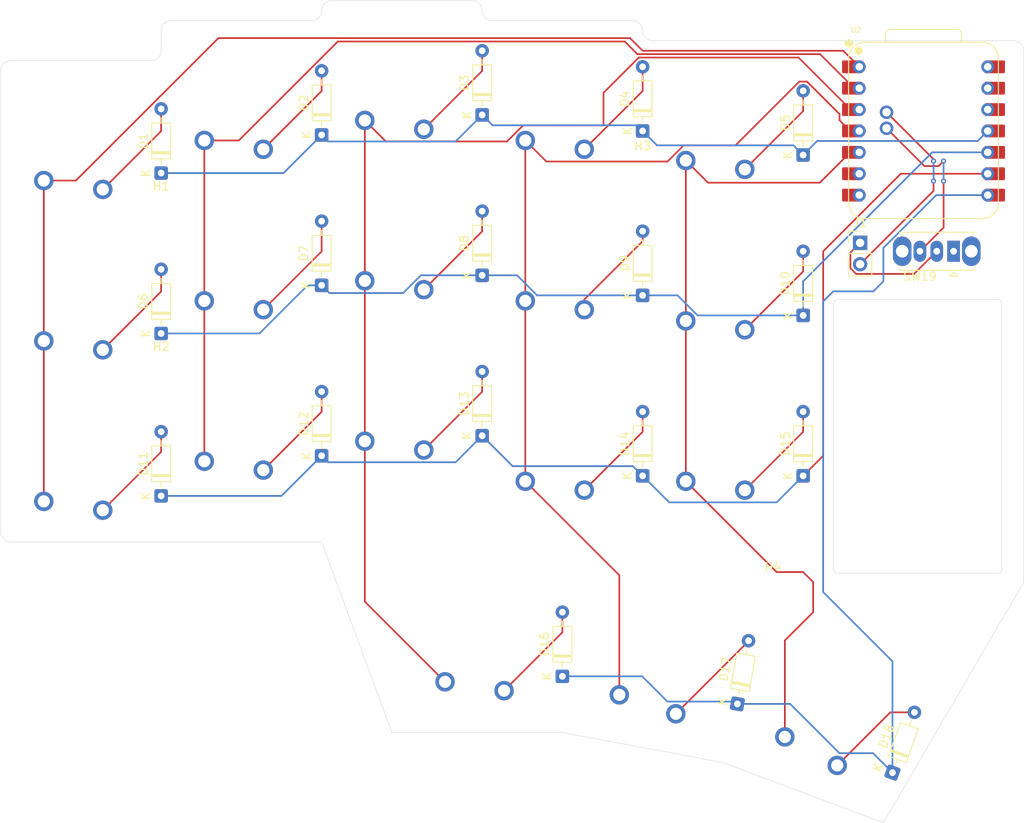
<source format=kicad_pcb>
(kicad_pcb (version 20241229) (generator "pcbnew") (generator_version "9.0")
  (layers (0 "F.Cu" signal) (2 "B.Cu" signal) (13 "F.Paste" user) (15 "B.Paste" user) (5 "F.SilkS" user "F.Silkscreen") (7 "B.SilkS" user "B.Silkscreen") (1 "F.Mask" user) (3 "B.Mask" user) (25 "Edge.Cuts" user))
  (net 0 "")
  (net 1 "Net-(D1-A)")
  (net 2 "Row 0")
  (net 3 "Net-(D2-A)")
  (net 4 "Net-(D3-A)")
  (net 5 "Net-(D4-A)")
  (net 6 "Net-(D5-A)")
  (net 7 "Net-(D6-A)")
  (net 8 "Row 1")
  (net 9 "Net-(D7-A)")
  (net 10 "Net-(D8-A)")
  (net 11 "Net-(D9-A)")
  (net 12 "Net-(D10-A)")
  (net 13 "Row 2")
  (net 14 "Net-(D11-A)")
  (net 15 "Net-(D12-A)")
  (net 16 "Net-(D13-A)")
  (net 17 "Net-(D14-A)")
  (net 18 "Net-(D15-A)")
  (net 19 "Row 3")
  (net 20 "Net-(D16-A)")
  (net 21 "Net-(D17-A)")
  (net 22 "Net-(D18-A)")
  (net 23 "GND")
  (net 24 "+5V")
  (net 25 "Net-(J1-Pin_1)")
  (net 26 "B-")
  (net 27 "Column 0")
  (net 28 "Column 1")
  (net 29 "Column 2")
  (net 30 "Column 3")
  (net 31 "Column 4")
  (net 33 "B+")
  (net 34 "+3V3")
  (footprint "Diode_THT:D_DO-35_SOD27_P7.62mm_Horizontal" (layer "F.Cu") (at 123.4625 92.216875 90)
    (property "Reference" "D14" (at 3.81 -2.119999 90) (layer "F.SilkS"))
    (property "Value" "1N4148")
    (fp_text user "K" (at -0.000002 -1.800001 90) (layer "F.SilkS"))
    (pad "1" thru_hole roundrect (at 0 0 90) (size 1.6 1.6) (drill 0.8) (layers "*.Cu" "*.Mask") (roundrect_rratio 0.15625) (net 13 "Row 2"))
    (pad "2" thru_hole circle (at 7.62 0 90) (size 1.6 1.6) (drill 0.8) (layers "*.Cu" "*.Mask") (net 17 "Net-(D14-A)"))
  )
  (footprint "KS33 Solderable:Gateron-KS33-Solderable-1U" (layer "F.Cu") (at 75.8375 47.6875)
    (property "Reference" "SW2")
    (property "Value" "SW_Push_45deg")
    (pad "" np_thru_hole circle (at 0 0 180) (size 5.1 5.1) (drill 5.1) (layers "*.Cu" "*.Mask"))
    (pad "1" thru_hole circle (at -4.4 4.7 180) (size 2.3 2.3) (drill 1.45) (layers "*.Cu" "B.Mask") (net 28 "Column 1"))
    (pad "2" thru_hole circle (at 2.6 5.75 180) (size 2.3 2.3) (drill 1.45) (layers "*.Cu" "B.Mask") (net 3 "Net-(D2-A)"))
  )
  (footprint "MountingHole:MountingHole_3.2mm_M3" (layer "F.Cu") (at 138.940625 107.21875)
    (property "Reference" "H4" (at 0 -4.15 0) (layer "F.SilkS"))
    (property "Value" "MountingHole")
    (pad "" np_thru_hole circle (at 0 0) (size 3.2 3.2) (drill 3.2) (layers "*.Cu" "*.Mask"))
  )
  (footprint "Diode_THT:D_DO-35_SOD27_P7.62mm_Horizontal" (layer "F.Cu") (at 66.3125 56.26 90)
    (property "Reference" "D1" (at 3.81 -2.119999 90) (layer "F.SilkS"))
    (property "Value" "1N4148")
    (fp_text user "K" (at -0.000002 -1.800001 90) (layer "F.SilkS"))
    (pad "1" thru_hole roundrect (at 0 0 90) (size 1.6 1.6) (drill 0.8) (layers "*.Cu" "*.Mask") (roundrect_rratio 0.15625) (net 2 "Row 0"))
    (pad "2" thru_hole circle (at 7.62 0 90) (size 1.6 1.6) (drill 0.8) (layers "*.Cu" "*.Mask") (net 1 "Net-(D1-A)"))
  )
  (footprint "MountingHole:MountingHole_3.2mm_M3" (layer "F.Cu") (at 66.3125 81.025)
    (property "Reference" "H2" (at 0 -4.15 0) (layer "F.SilkS"))
    (property "Value" "MountingHole")
    (pad "" np_thru_hole circle (at 0 0) (size 3.2 3.2) (drill 3.2) (layers "*.Cu" "*.Mask"))
  )
  (footprint "KS33 Solderable:Gateron-KS33-Solderable-1U" (layer "F.Cu") (at 94.8875 83.40625)
    (property "Reference" "SW13")
    (property "Value" "SW_Push_45deg")
    (pad "" np_thru_hole circle (at 0 0 180) (size 5.1 5.1) (drill 5.1) (layers "*.Cu" "*.Mask"))
    (pad "1" thru_hole circle (at -4.4 4.7 180) (size 2.3 2.3) (drill 1.45) (layers "*.Cu" "B.Mask") (net 29 "Column 2"))
    (pad "2" thru_hole circle (at 2.6 5.75 180) (size 2.3 2.3) (drill 1.45) (layers "*.Cu" "B.Mask") (net 16 "Net-(D13-A)"))
  )
  (footprint "KS33 Solderable:Gateron-KS33-Solderable-1U" (layer "F.Cu") (at 125.84375 114.3625 -10)
    (property "Reference" "SW17")
    (property "Value" "SW_Push_45deg")
    (pad "" np_thru_hole circle (at 0 0 170) (size 5.1 5.1) (drill 5.1) (layers "*.Cu" "*.Mask"))
    (pad "1" thru_hole circle (at -4.400001 4.7 170) (size 2.3 2.3) (drill 1.45) (layers "*.Cu" "B.Mask") (net 30 "Column 3"))
    (pad "2" thru_hole circle (at 2.6 5.75 170) (size 2.3 2.3) (drill 1.45) (layers "*.Cu" "B.Mask") (net 21 "Net-(D17-A)"))
  )
  (footprint "KS33 Solderable:Gateron-KS33-Solderable-1U" (layer "F.Cu") (at 94.8875 45.30625)
    (property "Reference" "SW3")
    (property "Value" "SW_Push_45deg")
    (pad "" np_thru_hole circle (at 0 0 180) (size 5.1 5.1) (drill 5.1) (layers "*.Cu" "*.Mask"))
    (pad "1" thru_hole circle (at -4.4 4.7 180) (size 2.3 2.3) (drill 1.45) (layers "*.Cu" "B.Mask") (net 29 "Column 2"))
    (pad "2" thru_hole circle (at 2.6 5.75 180) (size 2.3 2.3) (drill 1.45) (layers "*.Cu" "B.Mask") (net 4 "Net-(D3-A)"))
  )
  (footprint "Diode_THT:D_DO-35_SOD27_P7.62mm_Horizontal" (layer "F.Cu") (at 85.3625 51.735625 90)
    (property "Reference" "D2" (at 3.81 -2.119999 90) (layer "F.SilkS"))
    (property "Value" "1N4148")
    (fp_text user "K" (at -0.000002 -1.800001 90) (layer "F.SilkS"))
    (pad "1" thru_hole roundrect (at 0 0 90) (size 1.6 1.6) (drill 0.8) (layers "*.Cu" "*.Mask") (roundrect_rratio 0.15625) (net 2 "Row 0"))
    (pad "2" thru_hole circle (at 7.62 0 90) (size 1.6 1.6) (drill 0.8) (layers "*.Cu" "*.Mask") (net 3 "Net-(D2-A)"))
  )
  (footprint "Diode_THT:D_DO-35_SOD27_P7.62mm_Horizontal" (layer "F.Cu") (at 85.3625 89.835625 90)
    (property "Reference" "D12" (at 3.81 -2.119999 90) (layer "F.SilkS"))
    (property "Value" "1N4148")
    (fp_text user "K" (at -0.000002 -1.800001 90) (layer "F.SilkS"))
    (pad "1" thru_hole roundrect (at 0 0 90) (size 1.6 1.6) (drill 0.8) (layers "*.Cu" "*.Mask") (roundrect_rratio 0.15625) (net 13 "Row 2"))
    (pad "2" thru_hole circle (at 7.62 0 90) (size 1.6 1.6) (drill 0.8) (layers "*.Cu" "*.Mask") (net 15 "Net-(D12-A)"))
  )
  (footprint "KS33 Solderable:Gateron-KS33-Solderable-1U" (layer "F.Cu") (at 132.9875 69.11875)
    (property "Reference" "SW10")
    (property "Value" "SW_Push_45deg")
    (pad "" np_thru_hole circle (at 0 0 180) (size 5.1 5.1) (drill 5.1) (layers "*.Cu" "*.Mask"))
    (pad "1" thru_hole circle (at -4.4 4.7 180) (size 2.3 2.3) (drill 1.45) (layers "*.Cu" "B.Mask") (net 31 "Column 4"))
    (pad "2" thru_hole circle (at 2.6 5.75 180) (size 2.3 2.3) (drill 1.45) (layers "*.Cu" "B.Mask") (net 12 "Net-(D10-A)"))
  )
  (footprint "Diode_THT:D_DO-35_SOD27_P7.62mm_Horizontal" (layer "F.Cu") (at 113.9375 116.029375 90)
    (property "Reference" "D16" (at 3.81 -2.119999 90) (layer "F.SilkS"))
    (property "Value" "1N4148")
    (fp_text user "K" (at -0.000002 -1.800001 90) (layer "F.SilkS"))
    (pad "1" thru_hole roundrect (at 0 0 90) (size 1.6 1.6) (drill 0.8) (layers "*.Cu" "*.Mask") (roundrect_rratio 0.15625) (net 19 "Row 3"))
    (pad "2" thru_hole circle (at 7.62 0 90) (size 1.6 1.6) (drill 0.8) (layers "*.Cu" "*.Mask") (net 20 "Net-(D16-A)"))
  )
  (footprint "KS33 Solderable:Gateron-KS33-Solderable-1U" (layer "F.Cu") (at 132.9875 88.16875)
    (property "Reference" "SW15")
    (property "Value" "SW_Push_45deg")
    (pad "" np_thru_hole circle (at 0 0 180) (size 5.1 5.1) (drill 5.1) (layers "*.Cu" "*.Mask"))
    (pad "1" thru_hole circle (at -4.4 4.7 180) (size 2.3 2.3) (drill 1.45) (layers "*.Cu" "B.Mask") (net 31 "Column 4"))
    (pad "2" thru_hole circle (at 2.6 5.75 180) (size 2.3 2.3) (drill 1.45) (layers "*.Cu" "B.Mask") (net 18 "Net-(D15-A)"))
  )
  (footprint "KS33 Solderable:Gateron-KS33-Solderable-1U" (layer "F.Cu") (at 113.9375 47.6875)
    (property "Reference" "SW4")
    (property "Value" "SW_Push_45deg")
    (pad "" np_thru_hole circle (at 0 0 180) (size 5.1 5.1) (drill 5.1) (layers "*.Cu" "*.Mask"))
    (pad "1" thru_hole circle (at -4.4 4.7 180) (size 2.3 2.3) (drill 1.45) (layers "*.Cu" "B.Mask") (net 30 "Column 3"))
    (pad "2" thru_hole circle (at 2.6 5.75 180) (size 2.3 2.3) (drill 1.45) (layers "*.Cu" "B.Mask") (net 5 "Net-(D4-A)"))
  )
  (footprint "Diode_THT:D_DO-35_SOD27_P7.62mm_Horizontal" (layer "F.Cu") (at 104.4125 68.404375 90)
    (property "Reference" "D8" (at 3.81 -2.119999 90) (layer "F.SilkS"))
    (property "Value" "1N4148")
    (fp_text user "K" (at -0.000002 -1.800001 90) (layer "F.SilkS"))
    (pad "1" thru_hole roundrect (at 0 0 90) (size 1.6 1.6) (drill 0.8) (layers "*.Cu" "*.Mask") (roundrect_rratio 0.15625) (net 8 "Row 1"))
    (pad "2" thru_hole circle (at 7.62 0 90) (size 1.6 1.6) (drill 0.8) (layers "*.Cu" "*.Mask") (net 10 "Net-(D8-A)"))
  )
  (footprint "MountingHole:MountingHole_3.2mm_M3" (layer "F.Cu") (at 66.3125 61.975)
    (property "Reference" "H1" (at 0 -4.15 0) (layer "F.SilkS"))
    (property "Value" "MountingHole")
    (pad "" np_thru_hole circle (at 0 0) (size 3.2 3.2) (drill 3.2) (layers "*.Cu" "*.Mask"))
  )
  (footprint "MountingHole:MountingHole_3.2mm_M3" (layer "F.Cu") (at 123.4625 57.2125)
    (property "Reference" "H3" (at 0 -4.15 0) (layer "F.SilkS"))
    (property "Value" "MountingHole")
    (pad "" np_thru_hole circle (at 0 0) (size 3.2 3.2) (drill 3.2) (layers "*.Cu" "*.Mask"))
  )
  (footprint "Diode_THT:D_DO-35_SOD27_P7.62mm_Horizontal" (layer "F.Cu") (at 142.5125 54.116875 90)
    (property "Reference" "D5" (at 3.81 -2.119999 90) (layer "F.SilkS"))
    (property "Value" "1N4148")
    (fp_text user "K" (at -0.000002 -1.800001 90) (layer "F.SilkS"))
    (pad "1" thru_hole roundrect (at 0 0 90) (size 1.6 1.6) (drill 0.8) (layers "*.Cu" "*.Mask") (roundrect_rratio 0.15625) (net 2 "Row 0"))
    (pad "2" thru_hole circle (at 7.62 0 90) (size 1.6 1.6) (drill 0.8) (layers "*.Cu" "*.Mask") (net 6 "Net-(D5-A)"))
  )
  (footprint "Diode_THT:D_DO-35_SOD27_P7.62mm_Horizontal" (layer "F.Cu") (at 123.4625 70.785625 90)
    (property "Reference" "D9" (at 3.81 -2.119999 90) (layer "F.SilkS"))
    (property "Value" "1N4148")
    (fp_text user "K" (at -0.000002 -1.800001 90) (layer "F.SilkS"))
    (pad "1" thru_hole roundrect (at 0 0 90) (size 1.6 1.6) (drill 0.8) (layers "*.Cu" "*.Mask") (roundrect_rratio 0.15625) (net 8 "Row 1"))
    (pad "2" thru_hole circle (at 7.62 0 90) (size 1.6 1.6) (drill 0.8) (layers "*.Cu" "*.Mask") (net 11 "Net-(D9-A)"))
  )
  (footprint "Diode_THT:D_DO-35_SOD27_P7.62mm_Horizontal" (layer "F.Cu") (at 66.3125 75.31 90)
    (property "Reference" "D6" (at 3.81 -2.119999 90) (layer "F.SilkS"))
    (property "Value" "1N4148")
    (fp_text user "K" (at -0.000002 -1.800001 90) (layer "F.SilkS"))
    (pad "1" thru_hole roundrect (at 0 0 90) (size 1.6 1.6) (drill 0.8) (layers "*.Cu" "*.Mask") (roundrect_rratio 0.15625) (net 8 "Row 1"))
    (pad "2" thru_hole circle (at 7.62 0 90) (size 1.6 1.6) (drill 0.8) (layers "*.Cu" "*.Mask") (net 7 "Net-(D6-A)"))
  )
  (footprint "xiao:XIAO-nRF52840-DIP-Batt" (layer "F.Cu") (at 156.8 51.259375)
    (property "Reference" "U2" (at -8 -12 0) (layer "F.SilkS") (effects (font (size 0.635 0.635) (thickness 0.1016))))
    (property "Value" "XIAO-nRF52840-SMD")
    (pad "1" smd roundrect (at -8.455 -7.62 180) (size 2.432 1.524) (layers "F.Cu" "F.Mask") (roundrect_rratio 0.1) (net 27 "Column 0"))
    (pad "1" thru_hole circle (at -7.62 -7.62 180) (size 1.524 1.524) (drill 0.889) (layers "*.Cu" "*.Mask") (net 27 "Column 0"))
    (pad "2" smd roundrect (at -8.455 -5.08 180) (size 2.432 1.524) (layers "F.Cu" "F.Mask") (roundrect_rratio 0.1) (net 28 "Column 1"))
    (pad "2" thru_hole circle (at -7.62 -5.08 180) (size 1.524 1.524) (drill 0.889) (layers "*.Cu" "*.Mask") (net 28 "Column 1"))
    (pad "3" smd roundrect (at -8.455 -2.54 180) (size 2.432 1.524) (layers "F.Cu" "F.Mask") (roundrect_rratio 0.1) (net 29 "Column 2"))
    (pad "3" thru_hole circle (at -7.62 -2.54 180) (size 1.524 1.524) (drill 0.889) (layers "*.Cu" "*.Mask") (net 29 "Column 2"))
    (pad "4" smd roundrect (at -8.455 0 180) (size 2.432 1.524) (layers "F.Cu" "F.Mask") (roundrect_rratio 0.1) (net 30 "Column 3"))
    (pad "4" thru_hole circle (at -7.62 0 180) (size 1.524 1.524) (drill 0.889) (layers "*.Cu" "*.Mask") (net 30 "Column 3"))
    (pad "5" smd roundrect (at -8.455 2.54 180) (size 2.432 1.524) (layers "F.Cu" "F.Mask") (roundrect_rratio 0.1) (net 31 "Column 4"))
    (pad "5" thru_hole circle (at -7.62 2.54 180) (size 1.524 1.524) (drill 0.889) (layers "*.Cu" "*.Mask") (net 31 "Column 4"))
    (pad "6" smd roundrect (at -8.455 5.08 180) (size 2.432 1.524) (layers "F.Cu" "F.Mask") (roundrect_rratio 0.1))
    (pad "6" thru_hole circle (at -7.62 5.08 180) (size 1.524 1.524) (drill 0.889) (layers "*.Cu" "*.Mask"))
    (pad "7" smd roundrect (at -8.455 7.62 180) (size 2.432 1.524) (layers "F.Cu" "F.Mask") (roundrect_rratio 0.1))
    (pad "7" thru_hole circle (at -7.62 7.62 180) (size 1.524 1.524) (drill 0.889) (layers "*.Cu" "*.Mask"))
    (pad "8" thru_hole circle (at 7.62 7.62) (size 1.524 1.524) (drill 0.889) (layers "*.Cu" "*.Mask") (net 19 "Row 3"))
    (pad "8" smd roundrect (at 8.455 7.62) (size 2.432 1.524) (layers "F.Cu" "F.Mask") (roundrect_rratio 0.1) (net 19 "Row 3"))
    (pad "9" thru_hole circle (at 7.62 5.08) (size 1.524 1.524) (drill 0.889) (layers "*.Cu" "*.Mask") (net 13 "Row 2"))
    (pad "9" smd roundrect (at 8.455 5.08) (size 2.432 1.524) (layers "F.Cu" "F.Mask") (roundrect_rratio 0.1) (net 13 "Row 2"))
    (pad "10" thru_hole circle (at 7.62 2.54) (size 1.524 1.524) (drill 0.889) (layers "*.Cu" "*.Mask") (net 8 "Row 1"))
    (pad "10" smd roundrect (at 8.455 2.54) (size 2.432 1.524) (layers "F.Cu" "F.Mask") (roundrect_rratio 0.1) (net 8 "Row 1"))
    (pad "11" thru_hole circle (at 7.62 0) (size 1.524 1.524) (drill 0.889) (layers "*.Cu" "*.Mask") (net 2 "Row 0"))
    (pad "11" smd roundrect (at 8.455 0) (size 2.432 1.524) (layers "F.Cu" "F.Mask") (roundrect_rratio 0.1) (net 2 "Row 0"))
    (pad "12" thru_hole circle (at 7.62 -2.54) (size 1.524 1.524) (drill 0.889) (layers "*.Cu" "*.Mask") (net 34 "+3V3"))
    (pad "12" smd roundrect (at 8.455 -2.54) (size 2.432 1.524) (layers "F.Cu" "F.Mask") (roundrect_rratio 0.1) (net 34 "+3V3"))
    (pad "13" thru_hole circle (at 7.62 -5.08) (size 1.524 1.524) (drill 0.889) (layers "*.Cu" "*.Mask") (net 23 "GND"))
    (pad "13" smd roundrect (at 8.455 -5.08) (size 2.432 1.524) (layers "F.Cu" "F.Mask") (roundrect_rratio 0.1) (net 23 "GND"))
    (pad "14" thru_hole circle (at 7.62 -7.62) (size 1.524 1.524) (drill 0.889) (layers "*.Cu" "*.Mask") (net 24 "+5V"))
    (pad "14" smd roundrect (at 8.455 -7.62) (size 2.432 1.524) (layers "F.Cu" "F.Mask") (roundrect_rratio 0.1) (net 24 "+5V"))
    (pad "15" thru_hole circle (at -4.39 -0.317 180) (size 1.6 1.6) (drill 1) (layers "*.Cu" "*.Mask") (net 33 "B+"))
    (pad "16" thru_hole circle (at -4.39 -2.222 180) (size 1.6 1.6) (drill 1) (layers "*.Cu" "*.Mask") (net 26 "B-"))
  )
  (footprint "KS33 Solderable:Gateron-KS33-Solderable-1U" (layer "F.Cu") (at 75.8375 85.7875)
    (property "Reference" "SW12")
    (property "Value" "SW_Push_45deg")
    (pad "" np_thru_hole circle (at 0 0 180) (size 5.1 5.1) (drill 5.1) (layers "*.Cu" "*.Mask"))
    (pad "1" thru_hole circle (at -4.4 4.7 180) (size 2.3 2.3) (drill 1.45) (layers "*.Cu" "B.Mask") (net 28 "Column 1"))
    (pad "2" thru_hole circle (at 2.6 5.75 180) (size 2.3 2.3) (drill 1.45) (layers "*.Cu" "B.Mask") (net 15 "Net-(D12-A)"))
  )
  (footprint "KS33 Solderable:Gateron-KS33-Solderable-1U" (layer "F.Cu") (at 146.084375 120.315625 -20)
    (property "Reference" "SW18")
    (property "Value" "SW_Push_45deg")
    (pad "" np_thru_hole circle (at 0 0 160) (size 5.1 5.1) (drill 5.1) (layers "*.Cu" "*.Mask"))
    (pad "1" thru_hole circle (at -4.400001 4.7 160) (size 2.3 2.3) (drill 1.45) (layers "*.Cu" "B.Mask") (net 31 "Column 4"))
    (pad "2" thru_hole circle (at 2.6 5.75 160) (size 2.3 2.3) (drill 1.45) (layers "*.Cu" "B.Mask") (net 22 "Net-(D18-A)"))
  )
  (footprint "KS33 Solderable:Gateron-KS33-Solderable-1U" (layer "F.Cu") (at 113.9375 88.16875)
    (property "Reference" "SW14")
    (property "Value" "SW_Push_45deg")
    (pad "" np_thru_hole circle (at 0 0 180) (size 5.1 5.1) (drill 5.1) (layers "*.Cu" "*.Mask"))
    (pad "1" thru_hole circle (at -4.4 4.7 180) (size 2.3 2.3) (drill 1.45) (layers "*.Cu" "B.Mask") (net 30 "Column 3"))
    (pad "2" thru_hole circle (at 2.6 5.75 180) (size 2.3 2.3) (drill 1.45) (layers "*.Cu" "B.Mask") (net 17 "Net-(D14-A)"))
  )
  (footprint "Diode_THT:D_DO-35_SOD27_P7.62mm_Horizontal" (layer "F.Cu") (at 104.4125 49.354375 90)
    (property "Reference" "D3" (at 3.81 -2.119999 90) (layer "F.SilkS"))
    (property "Value" "1N4148")
    (fp_text user "K" (at -0.000002 -1.800001 90) (layer "F.SilkS"))
    (pad "1" thru_hole roundrect (at 0 0 90) (size 1.6 1.6) (drill 0.8) (layers "*.Cu" "*.Mask") (roundrect_rratio 0.15625) (net 2 "Row 0"))
    (pad "2" thru_hole circle (at 7.62 0 90) (size 1.6 1.6) (drill 0.8) (layers "*.Cu" "*.Mask") (net 4 "Net-(D3-A)"))
  )
  (footprint "Diode_THT:D_DO-35_SOD27_P7.62mm_Horizontal" (layer "F.Cu") (at 134.70715 119.305242 80)
    (property "Reference" "D17" (at 3.81 -2.119999 80) (layer "F.SilkS"))
    (property "Value" "1N4148")
    (fp_text user "K" (at -0.000002 -1.800001 80) (layer "F.SilkS"))
    (pad "1" thru_hole roundrect (at 0 0 80) (size 1.6 1.6) (drill 0.8) (layers "*.Cu" "*.Mask") (roundrect_rratio 0.15625) (net 19 "Row 3"))
    (pad "2" thru_hole circle (at 7.62 0 80) (size 1.6 1.6) (drill 0.8) (layers "*.Cu" "*.Mask") (net 21 "Net-(D17-A)"))
  )
  (footprint "KS33 Solderable:Gateron-KS33-Solderable-1U" (layer "F.Cu") (at 75.8375 66.7375)
    (property "Reference" "SW7")
    (property "Value" "SW_Push_45deg")
    (pad "" np_thru_hole circle (at 0 0 180) (size 5.1 5.1) (drill 5.1) (layers "*.Cu" "*.Mask"))
    (pad "1" thru_hole circle (at -4.4 4.7 180) (size 2.3 2.3) (drill 1.45) (layers "*.Cu" "B.Mask") (net 28 "Column 1"))
    (pad "2" thru_hole circle (at 2.6 5.75 180) (size 2.3 2.3) (drill 1.45) (layers "*.Cu" "B.Mask") (net 9 "Net-(D7-A)"))
  )
  (footprint "KS33 Solderable:Gateron-KS33-Solderable-1U" (layer "F.Cu") (at 113.9375 66.7375)
    (property "Reference" "SW9")
    (property "Value" "SW_Push_45deg")
    (pad "" np_thru_hole circle (at 0 0 180) (size 5.1 5.1) (drill 5.1) (layers "*.Cu" "*.Mask"))
    (pad "1" thru_hole circle (at -4.4 4.7 180) (size 2.3 2.3) (drill 1.45) (layers "*.Cu" "B.Mask") (net 30 "Column 3"))
    (pad "2" thru_hole circle (at 2.6 5.75 180) (size 2.3 2.3) (drill 1.45) (layers "*.Cu" "B.Mask") (net 11 "Net-(D9-A)"))
  )
  (footprint "Diode_THT:D_DO-35_SOD27_P7.62mm_Horizontal" (layer "F.Cu") (at 153.115653 127.467728 70)
    (property "Reference" "D18" (at 3.810001 -2.12 70) (layer "F.SilkS"))
    (property "Value" "1N4148")
    (fp_text user "K" (at -0.000002 -1.800001 70) (layer "F.SilkS"))
    (pad "1" thru_hole roundrect (at 0 0 70) (size 1.6 1.6) (drill 0.8) (layers "*.Cu" "*.Mask") (roundrect_rratio 0.15625) (net 19 "Row 3"))
    (pad "2" thru_hole circle (at 7.62 -0.000001 70) (size 1.6 1.6) (drill 0.8) (layers "*.Cu" "*.Mask") (net 22 "Net-(D18-A)"))
  )
  (footprint "Diode_THT:D_DO-35_SOD27_P7.62mm_Horizontal" (layer "F.Cu") (at 85.3625 69.595 90)
    (property "Reference" "D7" (at 3.81 -2.119999 90) (layer "F.SilkS"))
    (property "Value" "1N4148")
    (fp_text user "K" (at -0.000002 -1.800001 90) (layer "F.SilkS"))
    (pad "1" thru_hole roundrect (at 0 0 90) (size 1.6 1.6) (drill 0.8) (layers "*.Cu" "*.Mask") (roundrect_rratio 0.15625) (net 8 "Row 1"))
    (pad "2" thru_hole circle (at 7.62 0 90) (size 1.6 1.6) (drill 0.8) (layers "*.Cu" "*.Mask") (net 9 "Net-(D7-A)"))
  )
  (footprint "Diode_THT:D_DO-35_SOD27_P7.62mm_Horizontal" (layer "F.Cu") (at 66.3125 94.598125 90)
    (property "Reference" "D11" (at 3.81 -2.119999 90) (layer "F.SilkS"))
    (property "Value" "1N4148")
    (fp_text user "K" (at -0.000002 -1.800001 90) (layer "F.SilkS"))
    (pad "1" thru_hole roundrect (at 0 0 90) (size 1.6 1.6) (drill 0.8) (layers "*.Cu" "*.Mask") (roundrect_rratio 0.15625) (net 13 "Row 2"))
    (pad "2" thru_hole circle (at 7.62 0 90) (size 1.6 1.6) (drill 0.8) (layers "*.Cu" "*.Mask") (net 14 "Net-(D11-A)"))
  )
  (footprint "Diode_THT:D_DO-35_SOD27_P7.62mm_Horizontal" (layer "F.Cu") (at 142.5125 92.216875 90)
    (property "Reference" "D15" (at 3.81 -2.119999 90) (layer "F.SilkS"))
    (property "Value" "1N4148")
    (fp_text user "K" (at -0.000002 -1.800001 90) (layer "F.SilkS"))
    (pad "1" thru_hole roundrect (at 0 0 90) (size 1.6 1.6) (drill 0.8) (layers "*.Cu" "*.Mask") (roundrect_rratio 0.15625) (net 13 "Row 2"))
    (pad "2" thru_hole circle (at 7.62 0 90) (size 1.6 1.6) (drill 0.8) (layers "*.Cu" "*.Mask") (net 18 "Net-(D15-A)"))
  )
  (footprint "KS33 Solderable:Gateron-KS33-Solderable-1U" (layer "F.Cu") (at 94.8875 64.35625)
    (property "Reference" "SW8")
    (property "Value" "SW_Push_45deg")
    (pad "" np_thru_hole circle (at 0 0 180) (size 5.1 5.1) (drill 5.1) (layers "*.Cu" "*.Mask"))
    (pad "1" thru_hole circle (at -4.4 4.7 180) (size 2.3 2.3) (drill 1.45) (layers "*.Cu" "B.Mask") (net 29 "Column 2"))
    (pad "2" thru_hole circle (at 2.6 5.75 180) (size 2.3 2.3) (drill 1.45) (layers "*.Cu" "B.Mask") (net 10 "Net-(D8-A)"))
  )
  (footprint "Connector_PinHeader_2.54mm:PinHeader_1x02_P2.54mm_Vertical" (layer "F.Cu") (at 149.275003 64.546874)
    (property "Reference" "J1" (at 0 -2.38 0) (layer "F.SilkS"))
    (property "Value" "Conn_01x02_Pin")
    (pad "1" thru_hole rect (at 0 0) (size 1.7 1.7) (drill 1) (layers "*.Cu" "*.Mask") (net 25 "Net-(J1-Pin_1)"))
    (pad "2" thru_hole circle (at 0 2.54) (size 1.7 1.7) (drill 1) (layers "*.Cu" "*.Mask") (net 26 "B-"))
  )
  (footprint "Diode_THT:D_DO-35_SOD27_P7.62mm_Horizontal" (layer "F.Cu") (at 104.4125 87.454375 90)
    (property "Reference" "D13" (at 3.81 -2.119999 90) (layer "F.SilkS"))
    (property "Value" "1N4148")
    (fp_text user "K" (at -0.000002 -1.800001 90) (layer "F.SilkS"))
    (pad "1" thru_hole roundrect (at 0 0 90) (size 1.6 1.6) (drill 0.8) (layers "*.Cu" "*.Mask") (roundrect_rratio 0.15625) (net 13 "Row 2"))
    (pad "2" thru_hole circle (at 7.62 0 90) (size 1.6 1.6) (drill 0.8) (layers "*.Cu" "*.Mask") (net 16 "Net-(D13-A)"))
  )
  (footprint "Button_Switch_THT:SW_Slide_SPDT_Straight_CK_OS102011MS2Q" (layer "F.Cu") (at 160.371875 65.546875 180)
    (property "Reference" "SW19" (at 3.99 -2.99 0) (layer "F.SilkS"))
    (property "Value" "SW_SPDT")
    (pad "" thru_hole oval (at -2.1 0 180) (size 2.2 3.5) (drill 1.5) (layers "*.Cu" "*.Mask"))
    (pad "" thru_hole oval (at 6.1 0 180) (size 2.2 3.5) (drill 1.5) (layers "*.Cu" "*.Mask"))
    (pad "1" thru_hole rect (at 0 0 180) (size 1.5 2.5) (drill 0.8) (layers "*.Cu" "*.Mask"))
    (pad "2" thru_hole oval (at 2.000003 0.000001 180) (size 1.5 2.5) (drill 0.8) (layers "*.Cu" "*.Mask") (net 25 "Net-(J1-Pin_1)"))
    (pad "3" thru_hole oval (at 4 0 180) (size 1.5 2.5) (drill 0.8) (layers "*.Cu" "*.Mask") (net 33 "B+"))
  )
  (footprint "KS33 Solderable:Gateron-KS33-Solderable-1U" (layer "F.Cu") (at 56.7875 90.55)
    (property "Reference" "SW11")
    (property "Value" "SW_Push_45deg")
    (pad "" np_thru_hole circle (at 0 0 180) (size 5.1 5.1) (drill 5.1) (layers "*.Cu" "*.Mask"))
    (pad "1" thru_hole circle (at -4.4 4.7 180) (size 2.3 2.3) (drill 1.45) (layers "*.Cu" "B.Mask") (net 27 "Column 0"))
    (pad "2" thru_hole circle (at 2.6 5.75 180) (size 2.3 2.3) (drill 1.45) (layers "*.Cu" "B.Mask") (net 14 "Net-(D11-A)"))
  )
  (footprint "KS33 Solderable:Gateron-KS33-Solderable-1U" (layer "F.Cu") (at 56.7875 52.45)
    (property "Reference" "SW1")
    (property "Value" "SW_Push_45deg")
    (pad "" np_thru_hole circle (at 0 0 180) (size 5.1 5.1) (drill 5.1) (layers "*.Cu" "*.Mask"))
    (pad "1" thru_hole circle (at -4.4 4.7 180) (size 2.3 2.3) (drill 1.45) (layers "*.Cu" "B.Mask") (net 27 "Column 0"))
    (pad "2" thru_hole circle (at 2.6 5.75 180) (size 2.3 2.3) (drill 1.45) (layers "*.Cu" "B.Mask") (net 1 "Net-(D1-A)"))
  )
  (footprint "KS33 Solderable:Gateron-KS33-Solderable-1U" (layer "F.Cu") (at 56.7875 71.5)
    (property "Reference" "SW6")
    (property "Value" "SW_Push_45deg")
    (pad "" np_thru_hole circle (at 0 0 180) (size 5.1 5.1) (drill 5.1) (layers "*.Cu" "*.Mask"))
    (pad "1" thru_hole circle (at -4.4 4.7 180) (size 2.3 2.3) (drill 1.45) (layers "*.Cu" "B.Mask") (net 27 "Column 0"))
    (pad "2" thru_hole circle (at 2.6 5.75 180) (size 2.3 2.3) (drill 1.45) (layers "*.Cu" "B.Mask") (net 7 "Net-(D6-A)"))
  )
  (footprint "KS33 Solderable:Gateron-KS33-Solderable-1U" (layer "F.Cu") (at 104.4125 111.98125)
    (property "Reference" "SW16")
    (property "Value" "SW_Push_45deg")
    (pad "" np_thru_hole circle (at 0 0 180) (size 5.1 5.1) (drill 5.1) (layers "*.Cu" "*.Mask"))
    (pad "1" thru_hole circle (at -4.4 4.7 180) (size 2.3 2.3) (drill 1.45) (layers "*.Cu" "B.Mask") (net 29 "Column 2"))
    (pad "2" thru_hole circle (at 2.6 5.75 180) (size 2.3 2.3) (drill 1.45) (layers "*.Cu" "B.Mask") (net 20 "Net-(D16-A)"))
  )
  (footprint "Diode_THT:D_DO-35_SOD27_P7.62mm_Horizontal" (layer "F.Cu") (at 142.5125 73.166875 90)
    (property "Reference" "D10" (at 3.81 -2.119999 90) (layer "F.SilkS"))
    (property "Value" "1N4148")
    (fp_text user "K" (at -0.000002 -1.800001 90) (layer "F.SilkS"))
    (pad "1" thru_hole roundrect (at 0 0 90) (size 1.6 1.6) (drill 0.8) (layers "*.Cu" "*.Mask") (roundrect_rratio 0.15625) (net 8 "Row 1"))
    (pad "2" thru_hole circle (at 7.62 0 90) (size 1.6 1.6) (drill 0.8) (layers "*.Cu" "*.Mask") (net 12 "Net-(D10-A)"))
  )
  (footprint "Diode_THT:D_DO-35_SOD27_P7.62mm_Horizontal" (layer "F.Cu") (at 123.4625 51.259375 90)
    (property "Reference" "D4" (at 3.81 -2.119999 90) (layer "F.SilkS"))
    (property "Value" "1N4148")
    (fp_text user "K" (at -0.000002 -1.800001 90) (layer "F.SilkS"))
    (pad "1" thru_hole roundrect (at 0 0 90) (size 1.6 1.6) (drill 0.8) (layers "*.Cu" "*.Mask") (roundrect_rratio 0.15625) (net 2 "Row 0"))
    (pad "2" thru_hole circle (at 7.62 0 90) (size 1.6 1.6) (drill 0.8) (layers "*.Cu" "*.Mask") (net 5 "Net-(D4-A)"))
  )
  (footprint "KS33 Solderable:Gateron-KS33-Solderable-1U" (layer "F.Cu") (at 132.9875 50.06875)
    (property "Reference" "SW5")
    (property "Value" "SW_Push_45deg")
    (pad "" np_thru_hole circle (at 0 0 180) (size 5.1 5.1) (drill 5.1) (layers "*.Cu" "*.Mask"))
    (pad "1" thru_hole circle (at -4.4 4.7 180) (size 2.3 2.3) (drill 1.45) (layers "*.Cu" "B.Mask") (net 31 "Column 4"))
    (pad "2" thru_hole circle (at 2.6 5.75 180) (size 2.3 2.3) (drill 1.45) (layers "*.Cu" "B.Mask") (net 6 "Net-(D5-A)"))
  )
  (gr_line (start 165.590197 103.793303) (end 146.590197 103.793303) (stroke (width 0.05)) (layer "Edge.Cuts"))
  (gr_line (start 146.090197 103.293303) (end 146.090197 71.793303) (stroke (width 0.05)) (layer "Edge.Cuts"))
  (gr_line (start 47.2625 98.884375) (end 47.2625 44.115625) (stroke (width 0.05)) (layer "Edge.Cuts"))
  (gr_line (start 67.503125 38.1625) (end 84.171875 38.1625) (stroke (width 0.05)) (layer "Edge.Cuts"))
  (gr_arc (start 103.221875 35.78125) (mid 104.063767 36.129983) (end 104.4125 36.971875) (stroke (width 0.05)) (layer "Edge.Cuts"))
  (gr_arc (start 167.515625 40.54375) (mid 168.357549 40.892466) (end 168.70625 41.734375) (stroke (width 0.05)) (layer "Edge.Cuts"))
  (gr_arc (start 165.590197 71.293303) (mid 165.943718 71.439767) (end 166.090197 71.793303) (stroke (width 0.05)) (layer "Edge.Cuts"))
  (gr_line (start 105.603125 38.1625) (end 122.271875 38.1625) (stroke (width 0.05)) (layer "Edge.Cuts"))
  (gr_arc (start 105.603125 38.1625) (mid 104.761251 37.813764) (end 104.4125 36.971875) (stroke (width 0.05)) (layer "Edge.Cuts"))
  (gr_line (start 112.746875 122.696875) (end 93.696875 122.696875) (stroke (width 0.05)) (layer "Edge.Cuts"))
  (gr_line (start 48.453125 42.925) (end 65.121875 42.925) (stroke (width 0.05)) (layer "Edge.Cuts"))
  (gr_line (start 166.090197 71.793303) (end 166.090197 103.293303) (stroke (width 0.05)) (layer "Edge.Cuts"))
  (gr_arc (start 47.2625 44.115625) (mid 47.611216 43.273701) (end 48.453125 42.925) (stroke (width 0.05)) (layer "Edge.Cuts"))
  (gr_arc (start 146.090197 71.793303) (mid 146.236641 71.439732) (end 146.590197 71.293303) (stroke (width 0.05)) (layer "Edge.Cuts"))
  (gr_line (start 86.553125 35.78125) (end 103.221875 35.78125) (stroke (width 0.05)) (layer "Edge.Cuts"))
  (gr_line (start 152.0375 133.4125) (end 168.70625 104.8375) (stroke (width 0.05)) (layer "Edge.Cuts"))
  (gr_line (start 112.746875 122.696875) (end 113.9375 122.696875) (stroke (width 0.05)) (layer "Edge.Cuts"))
  (gr_arc (start 146.590197 103.793303) (mid 146.236676 103.646839) (end 146.090197 103.293303) (stroke (width 0.05)) (layer "Edge.Cuts"))
  (gr_line (start 66.3125 41.734375) (end 66.3125 39.353125) (stroke (width 0.05)) (layer "Edge.Cuts"))
  (gr_arc (start 166.090197 103.293303) (mid 165.943753 103.646874) (end 165.590197 103.793303) (stroke (width 0.05)) (layer "Edge.Cuts"))
  (gr_line (start 168.70625 97.69375) (end 168.70625 104.8375) (stroke (width 0.05)) (layer "Edge.Cuts"))
  (gr_arc (start 85.3625 36.971875) (mid 85.013784 37.813799) (end 84.171875 38.1625) (stroke (width 0.05)) (layer "Edge.Cuts"))
  (gr_arc (start 66.3125 39.353125) (mid 66.661216 38.511201) (end 67.503125 38.1625) (stroke (width 0.05)) (layer "Edge.Cuts"))
  (gr_arc (start 48.453125 100.075) (mid 47.611251 99.726264) (end 47.2625 98.884375) (stroke (width 0.05)) (layer "Edge.Cuts"))
  (gr_line (start 132.9875 126.26875) (end 113.9375 122.696875) (stroke (width 0.05)) (layer "Edge.Cuts"))
  (gr_line (start 124.653125 40.54375) (end 167.515625 40.54375) (stroke (width 0.05)) (layer "Edge.Cuts"))
  (gr_arc (start 85.3625 36.971875) (mid 85.711233 36.129983) (end 86.553125 35.78125) (stroke (width 0.05)) (layer "Edge.Cuts"))
  (gr_line (start 48.453125 100.075) (end 85.3625 100.075) (stroke (width 0.05)) (layer "Edge.Cuts"))
  (gr_line (start 168.70625 41.734375) (end 168.70625 97.69375) (stroke (width 0.05)) (layer "Edge.Cuts"))
  (gr_arc (start 124.653125 40.54375) (mid 123.811233 40.195017) (end 123.4625 39.353125) (stroke (width 0.05)) (layer "Edge.Cuts"))
  (gr_line (start 93.696875 122.696875) (end 85.3625 100.075) (stroke (width 0.05)) (layer "Edge.Cuts"))
  (gr_line (start 146.590197 71.293303) (end 165.590197 71.293303) (stroke (width 0.05)) (layer "Edge.Cuts"))
  (gr_arc (start 122.271875 38.1625) (mid 123.113749 38.511236) (end 123.4625 39.353125) (stroke (width 0.05)) (layer "Edge.Cuts"))
  (gr_line (start 152.0375 133.4125) (end 132.9875 126.26875) (stroke (width 0.05)) (layer "Edge.Cuts"))
  (gr_arc (start 66.3125 41.734375) (mid 65.963784 42.576299) (end 65.121875 42.925) (stroke (width 0.05)) (layer "Edge.Cuts"))
  (segment (start 59.3875 58.2) (end 66.3125 51.275) (width 0.2) (layer "F.Cu") (net 1))
  (segment (start 66.3125 51.275) (end 66.3125 48.64) (width 0.2) (layer "F.Cu") (net 1))
  (segment (start 122.791625 50.5885) (end 123.4625 51.259375) (width 0.2) (layer "B.Cu") (net 2))
  (segment (start 85.3625 51.735625) (end 86.134125 52.50725) (width 0.2) (layer "B.Cu") (net 2))
  (segment (start 86.134125 52.50725) (end 101.259625 52.50725) (width 0.2) (layer "B.Cu") (net 2))
  (segment (start 142.5125 54.116875) (end 144.179375 52.45) (width 0.2) (layer "B.Cu") (net 2))
  (segment (start 141.365375 52.96975) (end 142.5125 54.116875) (width 0.2) (layer "B.Cu") (net 2))
  (segment (start 123.4625 51.259375) (end 125.172875 52.96975) (width 0.2) (layer "B.Cu") (net 2))
  (segment (start 104.4125 49.354375) (end 105.646625 50.5885) (width 0.2) (layer "B.Cu") (net 2))
  (segment (start 105.646625 50.5885) (end 122.791625 50.5885) (width 0.2) (layer "B.Cu") (net 2))
  (segment (start 101.259625 52.50725) (end 104.4125 49.354375) (width 0.2) (layer "B.Cu") (net 2))
  (segment (start 125.172875 52.96975) (end 141.365375 52.96975) (width 0.2) (layer "B.Cu") (net 2))
  (segment (start 163.229375 52.45) (end 164.42 51.259375) (width 0.2) (layer "B.Cu") (net 2))
  (segment (start 66.3125 56.26) (end 80.838125 56.26) (width 0.2) (layer "B.Cu") (net 2))
  (segment (start 80.838125 56.26) (end 85.3625 51.735625) (width 0.2) (layer "B.Cu") (net 2))
  (segment (start 144.179375 52.45) (end 163.229375 52.45) (width 0.2) (layer "B.Cu") (net 2))
  (segment (start 78.4375 53.4375) (end 85.3625 46.5125) (width 0.2) (layer "F.Cu") (net 3))
  (segment (start 85.3625 46.5125) (end 85.3625 44.115625) (width 0.2) (layer "F.Cu") (net 3))
  (segment (start 104.4125 44.13125) (end 104.4125 41.734375) (width 0.2) (layer "F.Cu") (net 4))
  (segment (start 97.4875 51.05625) (end 104.4125 44.13125) (width 0.2) (layer "F.Cu") (net 4))
  (segment (start 123.4625 46.5125) (end 123.4625 43.639375) (width 0.2) (layer "F.Cu") (net 5))
  (segment (start 116.5375 53.4375) (end 123.4625 46.5125) (width 0.2) (layer "F.Cu") (net 5))
  (segment (start 135.5875 55.81875) (end 142.5125 48.89375) (width 0.2) (layer "F.Cu") (net 6))
  (segment (start 142.5125 48.89375) (end 142.5125 46.496875) (width 0.2) (layer "F.Cu") (net 6))
  (segment (start 59.3875 77.25) (end 66.3125 70.325) (width 0.2) (layer "F.Cu") (net 7))
  (segment (start 66.3125 70.325) (end 66.3125 67.69) (width 0.2) (layer "F.Cu") (net 7))
  (segment (start 66.3125 75.31) (end 77.980625 75.31) (width 0.2) (layer "B.Cu") (net 8))
  (segment (start 77.980625 75.31) (end 83.695625 69.595) (width 0.2) (layer "B.Cu") (net 8))
  (segment (start 85.3625 69.595) (end 86.27475 70.50725) (width 0.2) (layer "B.Cu") (net 8))
  (segment (start 110.937649 70.785625) (end 123.4625 70.785625) (width 0.2) (layer "B.Cu") (net 8))
  (segment (start 142.5125 69.11875) (end 157.831875 53.799375) (width 0.2) (layer "B.Cu") (net 8))
  (segment (start 86.27475 70.50725) (end 95.034476 70.50725) (width 0.2) (layer "B.Cu") (net 8))
  (segment (start 104.4125 68.404375) (end 108.556399 68.404375) (width 0.2) (layer "B.Cu") (net 8))
  (segment (start 108.556399 68.404375) (end 110.937649 70.785625) (width 0.2) (layer "B.Cu") (net 8))
  (segment (start 127.606399 70.785625) (end 129.987649 73.166875) (width 0.2) (layer "B.Cu") (net 8))
  (segment (start 97.137351 68.404375) (end 104.4125 68.404375) (width 0.2) (layer "B.Cu") (net 8))
  (segment (start 157.831875 53.799375) (end 164.42 53.799375) (width 0.2) (layer "B.Cu") (net 8))
  (segment (start 129.987649 73.166875) (end 142.5125 73.166875) (width 0.2) (layer "B.Cu") (net 8))
  (segment (start 83.695625 69.595) (end 85.3625 69.595) (width 0.2) (layer "B.Cu") (net 8))
  (segment (start 95.034476 70.50725) (end 97.137351 68.404375) (width 0.2) (layer "B.Cu") (net 8))
  (segment (start 142.5125 73.166875) (end 142.5125 69.11875) (width 0.2) (layer "B.Cu") (net 8))
  (segment (start 123.4625 70.785625) (end 127.606399 70.785625) (width 0.2) (layer "B.Cu") (net 8))
  (segment (start 85.3625 65.5625) (end 85.3625 61.975) (width 0.2) (layer "F.Cu") (net 9))
  (segment (start 78.4375 72.4875) (end 85.3625 65.5625) (width 0.2) (layer "F.Cu") (net 9))
  (segment (start 97.4875 70.10625) (end 104.4125 63.18125) (width 0.2) (layer "F.Cu") (net 10))
  (segment (start 104.4125 63.18125) (end 104.4125 60.784375) (width 0.2) (layer "F.Cu") (net 10))
  (segment (start 116.5375 72.4875) (end 116.5375 71.28125) (width 0.2) (layer "F.Cu") (net 11))
  (segment (start 116.5375 71.28125) (end 123.4625 64.35625) (width 0.2) (layer "F.Cu") (net 11))
  (segment (start 123.4625 64.35625) (end 123.4625 63.165625) (width 0.2) (layer "F.Cu") (net 11))
  (segment (start 135.5875 74.86875) (end 142.5125 67.94375) (width 0.2) (layer "F.Cu") (net 12))
  (segment (start 142.5125 67.94375) (end 142.5125 65.546875) (width 0.2) (layer "F.Cu") (net 12))
  (segment (start 144.89375 65.546875) (end 154.10125 56.339375) (width 0.2) (layer "F.Cu") (net 13))
  (segment (start 154.10125 56.339375) (end 164.42 56.339375) (width 0.2) (layer "F.Cu") (net 13))
  (segment (start 144.89375 89.835625) (end 144.89375 65.546875) (width 0.2) (layer "F.Cu") (net 13))
  (segment (start 142.5125 92.216875) (end 144.89375 89.835625) (width 0.2) (layer "F.Cu") (net 13))
  (segment (start 122.315375 91.06975) (end 123.4625 92.216875) (width 0.2) (layer "B.Cu") (net 13))
  (segment (start 66.3125 94.598125) (end 80.6 94.598125) (width 0.2) (layer "B.Cu") (net 13))
  (segment (start 104.4125 87.454375) (end 108.027875 91.06975) (width 0.2) (layer "B.Cu") (net 13))
  (segment (start 80.6 94.598125) (end 85.3625 89.835625) (width 0.2) (layer "B.Cu") (net 13))
  (segment (start 101.259625 90.60725) (end 104.4125 87.454375) (width 0.2) (layer "B.Cu") (net 13))
  (segment (start 123.4625 92.216875) (end 126.615375 95.36975) (width 0.2) (layer "B.Cu") (net 13))
  (segment (start 86.134125 90.60725) (end 101.259625 90.60725) (width 0.2) (layer "B.Cu") (net 13))
  (segment (start 126.615375 95.36975) (end 139.359625 95.36975) (width 0.2) (layer "B.Cu") (net 13))
  (segment (start 108.027875 91.06975) (end 122.315375 91.06975) (width 0.2) (layer "B.Cu") (net 13))
  (segment (start 139.359625 95.36975) (end 142.5125 92.216875) (width 0.2) (layer "B.Cu") (net 13))
  (segment (start 85.3625 89.835625) (end 86.134125 90.60725) (width 0.2) (layer "B.Cu") (net 13))
  (segment (start 66.3125 89.375) (end 66.3125 86.978125) (width 0.2) (layer "F.Cu") (net 14))
  (segment (start 59.3875 96.3) (end 66.3125 89.375) (width 0.2) (layer "F.Cu") (net 14))
  (segment (start 85.3625 84.6125) (end 85.3625 82.215625) (width 0.2) (layer "F.Cu") (net 15))
  (segment (start 78.4375 91.5375) (end 85.3625 84.6125) (width 0.2) (layer "F.Cu") (net 15))
  (segment (start 97.4875 89.15625) (end 104.4125 82.23125) (width 0.2) (layer "F.Cu") (net 16))
  (segment (start 104.4125 82.23125) (end 104.4125 79.834375) (width 0.2) (layer "F.Cu") (net 16))
  (segment (start 123.4625 86.99375) (end 123.4625 84.596875) (width 0.2) (layer "F.Cu") (net 17))
  (segment (start 116.5375 93.91875) (end 123.4625 86.99375) (width 0.2) (layer "F.Cu") (net 17))
  (segment (start 135.5875 93.91875) (end 142.5125 86.99375) (width 0.2) (layer "F.Cu") (net 18))
  (segment (start 142.5125 86.99375) (end 142.5125 84.596875) (width 0.2) (layer "F.Cu") (net 18))
  (segment (start 144.89375 71.5) (end 146.084375 70.309375) (width 0.2) (layer "B.Cu") (net 19))
  (segment (start 126.404246 119.02563) (end 134.427538 119.02563) (width 0.2) (layer "B.Cu") (net 19))
  (segment (start 113.9375 116.029375) (end 123.407991 116.029375) (width 0.2) (layer "B.Cu") (net 19))
  (segment (start 153.115653 127.467728) (end 153.115653 114.250028) (width 0.2) (layer "B.Cu") (net 19))
  (segment (start 144.89375 106.028125) (end 144.89375 71.5) (width 0.2) (layer "B.Cu") (net 19))
  (segment (start 134.70715 119.305242) (end 140.971358 119.305242) (width 0.2) (layer "B.Cu") (net 19))
  (segment (start 146.823226 125.15711) (end 150.805035 125.15711) (width 0.2) (layer "B.Cu") (net 19))
  (segment (start 158.308062 58.879375) (end 164.42 58.879375) (width 0.2) (layer "B.Cu") (net 19))
  (segment (start 150.805035 125.15711) (end 153.115653 127.467728) (width 0.2) (layer "B.Cu") (net 19))
  (segment (start 153.115653 114.250028) (end 144.89375 106.028125) (width 0.2) (layer "B.Cu") (net 19))
  (segment (start 140.971358 119.305242) (end 146.823226 125.15711) (width 0.2) (layer "B.Cu") (net 19))
  (segment (start 152.0375 65.149937) (end 158.308062 58.879375) (width 0.2) (layer "B.Cu") (net 19))
  (segment (start 150.846875 70.309375) (end 152.0375 69.11875) (width 0.2) (layer "B.Cu") (net 19))
  (segment (start 123.407991 116.029375) (end 126.404246 119.02563) (width 0.2) (layer "B.Cu") (net 19))
  (segment (start 152.0375 69.11875) (end 152.0375 65.149937) (width 0.2) (layer "B.Cu") (net 19))
  (segment (start 146.084375 70.309375) (end 150.846875 70.309375) (width 0.2) (layer "B.Cu") (net 19))
  (segment (start 134.427538 119.02563) (end 134.70715 119.305242) (width 0.2) (layer "B.Cu") (net 19))
  (segment (start 113.9375 110.80625) (end 113.9375 108.409375) (width 0.2) (layer "F.Cu") (net 20))
  (segment (start 107.0125 117.73125) (end 113.9375 110.80625) (width 0.2) (layer "F.Cu") (net 20))
  (segment (start 127.405773 120.47663) (end 136.030349 111.852054) (width 0.2) (layer "F.Cu") (net 21))
  (segment (start 136.030349 111.852054) (end 136.030349 111.801007) (width 0.2) (layer "F.Cu") (net 21))
  (segment (start 152.8618 120.30727) (end 155.721846 120.30727) (width 0.2) (layer "F.Cu") (net 22))
  (segment (start 146.56096 126.60811) (end 152.8618 120.30727) (width 0.2) (layer "F.Cu") (net 22))
  (segment (start 158.371872 65.546874) (end 155.680872 68.237874) (width 0.2) (layer "F.Cu") (net 25))
  (segment (start 148.798243 68.237874) (end 148.124003 67.563634) (width 0.2) (layer "F.Cu") (net 25))
  (segment (start 148.124003 67.563634) (end 148.124003 65.697874) (width 0.2) (layer "F.Cu") (net 25))
  (segment (start 148.124003 65.697874) (end 149.275003 64.546874) (width 0.2) (layer "F.Cu") (net 25))
  (segment (start 155.680872 68.237874) (end 148.798243 68.237874) (width 0.2) (layer "F.Cu") (net 25))
  (segment (start 157.990625 57.2125) (end 157.990625 58.371252) (width 0.2) (layer "F.Cu") (net 26))
  (segment (start 152.41 49.037375) (end 157.990625 54.618) (width 0.2) (layer "F.Cu") (net 26))
  (segment (start 157.990625 58.371252) (end 149.275003 67.086874) (width 0.2) (layer "F.Cu") (net 26))
  (segment (start 157.990625 54.618) (end 157.990625 54.83125) (width 0.2) (layer "F.Cu") (net 26))
  (via (at 157.990625 54.83125) (size 0.6) (drill 0.3) (layers "F.Cu" "B.Cu") (net 26))
  (via (at 157.990625 57.2125) (size 0.6) (drill 0.3) (layers "F.Cu" "B.Cu") (net 26))
  (segment (start 157.990625 54.83125) (end 157.990625 57.2125) (width 0.2) (layer "B.Cu") (net 26))
  (segment (start 52.3875 57.15) (end 52.3875 95.25) (width 0.2) (layer "F.Cu") (net 27))
  (segment (start 121.9605 40.232375) (end 123.4625 41.734375) (width 0.2) (layer "F.Cu") (net 27))
  (segment (start 73.107759 40.232375) (end 121.9605 40.232375) (width 0.2) (layer "F.Cu") (net 27))
  (segment (start 56.190134 57.15) (end 73.107759 40.232375) (width 0.2) (layer "F.Cu") (net 27))
  (segment (start 52.3875 57.15) (end 56.190134 57.15) (width 0.2) (layer "F.Cu") (net 27))
  (segment (start 147.275 41.734375) (end 149.18 43.639375) (width 0.2) (layer "F.Cu") (net 27))
  (segment (start 123.4625 41.734375) (end 147.275 41.734375) (width 0.2) (layer "F.Cu") (net 27))
  (segment (start 144.524374 42.137375) (end 148.566374 46.179375) (width 0.2) (layer "F.Cu") (net 28))
  (segment (start 75.533575 52.3875) (end 87.2877 40.633375) (width 0.2) (layer "F.Cu") (net 28))
  (segment (start 71.4375 52.3875) (end 71.4375 90.4875) (width 0.2) (layer "F.Cu") (net 28))
  (segment (start 121.33635 40.633375) (end 122.84035 42.137375) (width 0.2) (layer "F.Cu") (net 28))
  (segment (start 148.566374 46.179375) (end 149.18 46.179375) (width 0.2) (layer "F.Cu") (net 28))
  (segment (start 122.84035 42.137375) (end 144.524374 42.137375) (width 0.2) (layer "F.Cu") (net 28))
  (segment (start 71.4375 52.3875) (end 75.533575 52.3875) (width 0.2) (layer "F.Cu") (net 28))
  (segment (start 87.2877 40.633375) (end 121.33635 40.633375) (width 0.2) (layer "F.Cu") (net 28))
  (segment (start 118.8194 50.5885) (end 118.8194 46.725425) (width 0.2) (layer "F.Cu") (net 29))
  (segment (start 107.365726 52.50725) (end 109.284476 50.5885) (width 0.2) (layer "F.Cu") (net 29))
  (segment (start 123.00645 42.538375) (end 141.96231 42.538375) (width 0.2) (layer "F.Cu") (net 29))
  (segment (start 90.4875 50.00625) (end 90.4875 88.10625) (width 0.2) (layer "F.Cu") (net 29))
  (segment (start 92.9885 52.50725) (end 107.365726 52.50725) (width 0.2) (layer "F.Cu") (net 29))
  (segment (start 90.4875 50.00625) (end 92.9885 52.50725) (width 0.2) (layer "F.Cu") (net 29))
  (segment (start 148.14331 48.719375) (end 149.18 48.719375) (width 0.2) (layer "F.Cu") (net 29))
  (segment (start 118.8194 46.725425) (end 123.00645 42.538375) (width 0.2) (layer "F.Cu") (net 29))
  (segment (start 90.4875 107.15625) (end 90.4875 88.10625) (width 0.2) (layer "F.Cu") (net 29))
  (segment (start 109.284476 50.5885) (end 118.8194 50.5885) (width 0.2) (layer "F.Cu") (net 29))
  (segment (start 141.96231 42.538375) (end 148.14331 48.719375) (width 0.2) (layer "F.Cu") (net 29))
  (segment (start 100.0125 116.68125) (end 90.4875 107.15625) (width 0.2) (layer "F.Cu") (net 29))
  (segment (start 120.694449 118.227044) (end 120.694449 104.025699) (width 0.2) (layer "F.Cu") (net 30))
  (segment (start 128.334476 52.96975) (end 134.482575 52.96975) (width 0.2) (layer "F.Cu") (net 30))
  (segment (start 142.96855 45.395875) (end 146.828 49.255325) (width 0.2) (layer "F.Cu") (net 30))
  (segment (start 112.0385 54.8885) (end 126.415726 54.8885) (width 0.2) (layer "F.Cu") (net 30))
  (segment (start 109.5375 52.3875) (end 109.5375 92.86875) (width 0.2) (layer "F.Cu") (net 30))
  (segment (start 146.828 49.255325) (end 146.828 49.985005) (width 0.2) (layer "F.Cu") (net 30))
  (segment (start 146.828 49.985005) (end 148.10237 51.259375) (width 0.2) (layer "F.Cu") (net 30))
  (segment (start 148.10237 51.259375) (end 149.18 51.259375) (width 0.2) (layer "F.Cu") (net 30))
  (segment (start 142.05645 45.395875) (end 142.96855 45.395875) (width 0.2) (layer "F.Cu") (net 30))
  (segment (start 109.5375 52.3875) (end 112.0385 54.8885) (width 0.2) (layer "F.Cu") (net 30))
  (segment (start 134.482575 52.96975) (end 142.05645 45.395875) (width 0.2) (layer "F.Cu") (net 30))
  (segment (start 120.694449 104.025699) (end 109.5375 92.86875) (width 0.2) (layer "F.Cu") (net 30))
  (segment (start 126.415726 54.8885) (end 128.334476 52.96975) (width 0.2) (layer "F.Cu") (net 30))
  (segment (start 140.342232 123.227291) (end 140.342232 111.770268) (width 0.2) (layer "F.Cu") (net 31))
  (segment (start 131.221125 57.402375) (end 144.49937 57.402375) (width 0.2) (layer "F.Cu") (net 31))
  (segment (start 139.365625 103.646875) (end 128.5875 92.86875) (width 0.2) (layer "F.Cu") (net 31))
  (segment (start 143.703125 108.409375) (end 143.703125 104.8375) (width 0.2) (layer "F.Cu") (net 31))
  (segment (start 143.703125 104.8375) (end 142.5125 103.646875) (width 0.2) (layer "F.Cu") (net 31))
  (segment (start 128.5875 54.76875) (end 128.5875 92.86875) (width 0.2) (layer "F.Cu") (net 31))
  (segment (start 128.5875 54.76875) (end 131.221125 57.402375) (width 0.2) (layer "F.Cu") (net 31))
  (segment (start 148.10237 53.799375) (end 149.18 53.799375) (width 0.2) (layer "F.Cu") (net 31))
  (segment (start 140.342232 111.770268) (end 143.703125 108.409375) (width 0.2) (layer "F.Cu") (net 31))
  (segment (start 144.49937 57.402375) (end 148.10237 53.799375) (width 0.2) (layer "F.Cu") (net 31))
  (segment (start 142.5125 103.646875) (end 139.365625 103.646875) (width 0.2) (layer "F.Cu") (net 31))
  (segment (start 158.58025 55.43225) (end 159.18125 54.83125) (width 0.2) (layer "F.Cu") (net 33))
  (segment (start 159.18125 62.7375) (end 156.371875 65.546875) (width 0.2) (layer "F.Cu") (net 33))
  (segment (start 152.41 50.942375) (end 156.899875 55.43225) (width 0.2) (layer "F.Cu") (net 33))
  (segment (start 156.899875 55.43225) (end 158.58025 55.43225) (width 0.2) (layer "F.Cu") (net 33))
  (segment (start 159.18125 57.2125) (end 159.18125 62.7375) (width 0.2) (layer "F.Cu") (net 33))
  (via (at 159.18125 54.83125) (size 0.6) (drill 0.3) (layers "F.Cu" "B.Cu") (net 33))
  (via (at 159.18125 57.2125) (size 0.6) (drill 0.3) (layers "F.Cu" "B.Cu") (net 33))
  (segment (start 159.18125 54.83125) (end 159.18125 57.2125) (width 0.2) (layer "B.Cu") (net 33))
)
</source>
